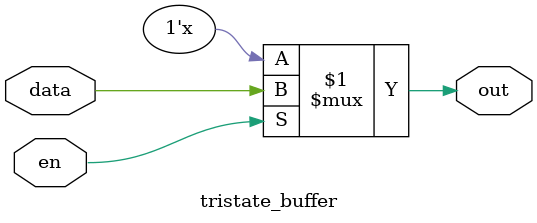
<source format=v>
module tristate_buffer (out, data, en);
  input data, en;
  output out;
  assign out = en ? data : 1'bz;
endmodule
</source>
